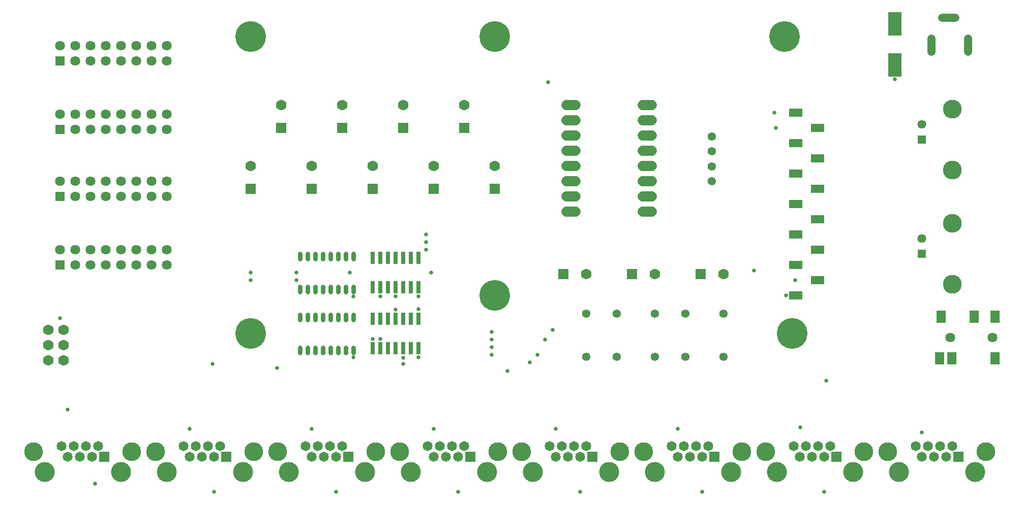
<source format=gbr>
G04 EAGLE Gerber RS-274X export*
G75*
%MOMM*%
%FSLAX34Y34*%
%LPD*%
%INSoldermask Top*%
%IPPOS*%
%AMOC8*
5,1,8,0,0,1.08239X$1,22.5*%
G01*
G04 Define Apertures*
%ADD10C,5.127000*%
%ADD11C,1.387000*%
%ADD12R,1.627000X1.627000*%
%ADD13C,1.627000*%
%ADD14R,1.462000X1.462000*%
%ADD15C,1.462000*%
%ADD16C,3.127000*%
%ADD17C,1.777000*%
%ADD18C,0.727000*%
%ADD19R,0.685800X2.108200*%
%ADD20R,1.777000X1.777000*%
%ADD21C,1.651000*%
%ADD22R,1.651000X1.651000*%
%ADD23C,3.327000*%
%ADD24R,1.627000X2.127000*%
%ADD25C,1.327000*%
%ADD26R,2.327000X1.397000*%
%ADD27R,2.242300X3.890600*%
%ADD28C,1.651000*%
%ADD29C,0.652000*%
D10*
X1219200Y927100D03*
X330200Y927100D03*
X1231900Y431800D03*
X330200Y431800D03*
X736600Y927100D03*
X736600Y495300D03*
D11*
X1098550Y685800D03*
X1098550Y710800D03*
X1098550Y735800D03*
X1098550Y760800D03*
D12*
X12700Y660400D03*
D13*
X12700Y685800D03*
X38100Y660400D03*
X38100Y685800D03*
X63500Y660400D03*
X63500Y685800D03*
X88900Y660400D03*
X88900Y685800D03*
X114300Y660400D03*
X114300Y685800D03*
X139700Y660400D03*
X139700Y685800D03*
X165100Y660400D03*
X165100Y685800D03*
X190500Y660400D03*
X190500Y685800D03*
D12*
X12700Y546100D03*
D13*
X12700Y571500D03*
X38100Y546100D03*
X38100Y571500D03*
X63500Y546100D03*
X63500Y571500D03*
X88900Y546100D03*
X88900Y571500D03*
X114300Y546100D03*
X114300Y571500D03*
X139700Y546100D03*
X139700Y571500D03*
X165100Y546100D03*
X165100Y571500D03*
X190500Y546100D03*
X190500Y571500D03*
D12*
X12700Y887082D03*
D13*
X12700Y912482D03*
X38100Y887082D03*
X38100Y912482D03*
X63500Y887082D03*
X63500Y912482D03*
X88900Y887082D03*
X88900Y912482D03*
X114300Y887082D03*
X114300Y912482D03*
X139700Y887082D03*
X139700Y912482D03*
X165100Y887082D03*
X165100Y912482D03*
X190500Y887082D03*
X190500Y912482D03*
D12*
X12700Y772202D03*
D13*
X12700Y797602D03*
X38100Y772202D03*
X38100Y797602D03*
X63500Y772202D03*
X63500Y797602D03*
X88900Y772202D03*
X88900Y797602D03*
X114300Y772202D03*
X114300Y797602D03*
X139700Y772202D03*
X139700Y797602D03*
X165100Y772202D03*
X165100Y797602D03*
X190500Y772202D03*
X190500Y797602D03*
D14*
X1447800Y565150D03*
D15*
X1447800Y590550D03*
D16*
X1498600Y514350D03*
X1498600Y615950D03*
D11*
X889000Y393060D03*
X889000Y465460D03*
X1003300Y393060D03*
X1003300Y465460D03*
X939800Y393060D03*
X939800Y465460D03*
X1054100Y393060D03*
X1054100Y465460D03*
X1117600Y393060D03*
X1117600Y465460D03*
D14*
X1447800Y755650D03*
D15*
X1447800Y781050D03*
D16*
X1498600Y704850D03*
X1498600Y806450D03*
D17*
X-6350Y387350D03*
X19050Y387350D03*
X-6350Y412750D03*
X19050Y412750D03*
X-6350Y438150D03*
X19050Y438150D03*
D18*
X412750Y408800D02*
X412750Y400300D01*
X425450Y400300D02*
X425450Y408800D01*
X438150Y408800D02*
X438150Y400300D01*
X450850Y400300D02*
X450850Y408800D01*
X463550Y408800D02*
X463550Y400300D01*
X476250Y400300D02*
X476250Y408800D01*
X488950Y408800D02*
X488950Y400300D01*
X501650Y400300D02*
X501650Y408800D01*
X501650Y454800D02*
X501650Y463300D01*
X488950Y463300D02*
X488950Y454800D01*
X476250Y454800D02*
X476250Y463300D01*
X463550Y463300D02*
X463550Y454800D01*
X450850Y454800D02*
X450850Y463300D01*
X438150Y463300D02*
X438150Y454800D01*
X425450Y454800D02*
X425450Y463300D01*
X412750Y463300D02*
X412750Y454800D01*
X412750Y501900D02*
X412750Y510400D01*
X425450Y510400D02*
X425450Y501900D01*
X438150Y501900D02*
X438150Y510400D01*
X450850Y510400D02*
X450850Y501900D01*
X463550Y501900D02*
X463550Y510400D01*
X476250Y510400D02*
X476250Y501900D01*
X488950Y501900D02*
X488950Y510400D01*
X501650Y510400D02*
X501650Y501900D01*
X501650Y556400D02*
X501650Y564900D01*
X488950Y564900D02*
X488950Y556400D01*
X476250Y556400D02*
X476250Y564900D01*
X463550Y564900D02*
X463550Y556400D01*
X450850Y556400D02*
X450850Y564900D01*
X438150Y564900D02*
X438150Y556400D01*
X425450Y556400D02*
X425450Y564900D01*
X412750Y564900D02*
X412750Y556400D01*
D19*
X533400Y407162D03*
X546100Y407162D03*
X558800Y407162D03*
X571500Y407162D03*
X584200Y407162D03*
X596900Y407162D03*
X609600Y407162D03*
X609600Y456438D03*
X596900Y456438D03*
X584200Y456438D03*
X571500Y456438D03*
X558800Y456438D03*
X546100Y456438D03*
X533400Y456438D03*
X533400Y508762D03*
X546100Y508762D03*
X558800Y508762D03*
X571500Y508762D03*
X584200Y508762D03*
X596900Y508762D03*
X609600Y508762D03*
X609600Y558038D03*
X596900Y558038D03*
X584200Y558038D03*
X571500Y558038D03*
X558800Y558038D03*
X546100Y558038D03*
X533400Y558038D03*
D20*
X965200Y530860D03*
D17*
X1003300Y530860D03*
D20*
X1079500Y530860D03*
D17*
X1117600Y530860D03*
D20*
X850900Y530860D03*
D17*
X889000Y530860D03*
D21*
X15240Y243840D03*
X35560Y243840D03*
X55880Y243840D03*
X76200Y243840D03*
X25400Y226060D03*
X45720Y226060D03*
X66040Y226060D03*
D22*
X86360Y226060D03*
D23*
X-12700Y200660D03*
X114300Y200660D03*
D16*
X132300Y235250D03*
X-30700Y235250D03*
D21*
X218440Y243840D03*
X238760Y243840D03*
X259080Y243840D03*
X279400Y243840D03*
X228600Y226060D03*
X248920Y226060D03*
X269240Y226060D03*
D22*
X289560Y226060D03*
D23*
X190500Y200660D03*
X317500Y200660D03*
D16*
X335500Y235250D03*
X172500Y235250D03*
D21*
X421640Y243840D03*
X441960Y243840D03*
X462280Y243840D03*
X482600Y243840D03*
X431800Y226060D03*
X452120Y226060D03*
X472440Y226060D03*
D22*
X492760Y226060D03*
D23*
X393700Y200660D03*
X520700Y200660D03*
D16*
X538700Y235250D03*
X375700Y235250D03*
D21*
X624840Y243840D03*
X645160Y243840D03*
X665480Y243840D03*
X685800Y243840D03*
X635000Y226060D03*
X655320Y226060D03*
X675640Y226060D03*
D22*
X695960Y226060D03*
D23*
X596900Y200660D03*
X723900Y200660D03*
D16*
X741900Y235250D03*
X578900Y235250D03*
D21*
X828040Y243840D03*
X848360Y243840D03*
X868680Y243840D03*
X889000Y243840D03*
X838200Y226060D03*
X858520Y226060D03*
X878840Y226060D03*
D22*
X899160Y226060D03*
D23*
X800100Y200660D03*
X927100Y200660D03*
D16*
X945100Y235250D03*
X782100Y235250D03*
D21*
X1031240Y243840D03*
X1051560Y243840D03*
X1071880Y243840D03*
X1092200Y243840D03*
X1041400Y226060D03*
X1061720Y226060D03*
X1082040Y226060D03*
D22*
X1102360Y226060D03*
D23*
X1003300Y200660D03*
X1130300Y200660D03*
D16*
X1148300Y235250D03*
X985300Y235250D03*
D21*
X1234440Y243840D03*
X1254760Y243840D03*
X1275080Y243840D03*
X1295400Y243840D03*
X1244600Y226060D03*
X1264920Y226060D03*
X1285240Y226060D03*
D22*
X1305560Y226060D03*
D23*
X1206500Y200660D03*
X1333500Y200660D03*
D16*
X1351500Y235250D03*
X1188500Y235250D03*
D21*
X1437640Y243840D03*
X1457960Y243840D03*
X1478280Y243840D03*
X1498600Y243840D03*
X1447800Y226060D03*
X1468120Y226060D03*
X1488440Y226060D03*
D22*
X1508760Y226060D03*
D23*
X1409700Y200660D03*
X1536700Y200660D03*
D16*
X1554700Y235250D03*
X1391700Y235250D03*
D24*
X1569640Y390350D03*
X1569640Y460350D03*
X1535640Y460350D03*
X1480640Y460350D03*
X1497640Y390350D03*
X1477640Y390350D03*
D13*
X1565740Y425450D03*
X1495740Y425450D03*
D25*
X1525200Y901850D02*
X1525200Y923850D01*
X1503700Y958850D02*
X1481700Y958850D01*
X1464200Y923850D02*
X1464200Y901850D01*
D20*
X330200Y673100D03*
D17*
X330200Y711200D03*
D20*
X431800Y673100D03*
D17*
X431800Y711200D03*
D20*
X533400Y673100D03*
D17*
X533400Y711200D03*
D20*
X635000Y673100D03*
D17*
X635000Y711200D03*
D20*
X736600Y673100D03*
D17*
X736600Y711200D03*
D20*
X381000Y774700D03*
D17*
X381000Y812800D03*
D20*
X482600Y774700D03*
D17*
X482600Y812800D03*
D20*
X584200Y774700D03*
D17*
X584200Y812800D03*
D20*
X685800Y774700D03*
D17*
X685800Y812800D03*
D26*
X1238250Y495300D03*
X1274250Y520700D03*
X1238250Y546100D03*
X1274250Y571500D03*
X1238250Y596900D03*
X1274250Y622300D03*
X1238250Y647700D03*
X1274250Y673100D03*
X1238250Y698500D03*
X1274250Y723900D03*
X1238250Y749300D03*
X1274250Y774700D03*
X1238250Y800100D03*
D27*
X1403350Y948659D03*
X1403350Y880141D03*
D28*
X871220Y812800D02*
X855980Y812800D01*
X855980Y787400D02*
X871220Y787400D01*
X871220Y762000D02*
X855980Y762000D01*
X855980Y736600D02*
X871220Y736600D01*
X871220Y711200D02*
X855980Y711200D01*
X855980Y685800D02*
X871220Y685800D01*
X871220Y660400D02*
X855980Y660400D01*
X855980Y635000D02*
X871220Y635000D01*
X982980Y813308D02*
X998220Y813308D01*
X998220Y787908D02*
X982980Y787908D01*
X982980Y762508D02*
X998220Y762508D01*
X998220Y737108D02*
X982980Y737108D01*
X982980Y711708D02*
X998220Y711708D01*
X998220Y686308D02*
X982980Y686308D01*
X982980Y660908D02*
X998220Y660908D01*
X998220Y635508D02*
X982980Y635508D01*
D29*
X609600Y493550D03*
X609600Y391950D03*
X501650Y493594D03*
X501650Y391994D03*
X1403350Y856017D03*
X1221944Y495300D03*
X622300Y596900D03*
X12700Y457200D03*
X825500Y850900D03*
X266700Y381000D03*
X25400Y304800D03*
X533400Y422910D03*
X1202690Y800100D03*
X374650Y374650D03*
X228600Y273050D03*
X546100Y422910D03*
X1205230Y774700D03*
X584200Y381000D03*
X431800Y273050D03*
X584200Y391160D03*
X635000Y273050D03*
X758036Y369724D03*
X795020Y383540D03*
X731520Y396240D03*
X838200Y273050D03*
X807720Y396240D03*
X731520Y408940D03*
X1041400Y273050D03*
X820420Y421640D03*
X731520Y421640D03*
X1245870Y275590D03*
X731520Y434340D03*
X1447800Y266700D03*
X833120Y438150D03*
X1168400Y537210D03*
X1236980Y520700D03*
X1289050Y353201D03*
X71120Y181610D03*
X269240Y167640D03*
X472440Y167612D03*
X675640Y167612D03*
X878840Y167612D03*
X1082040Y167612D03*
X1285240Y167612D03*
X330200Y520700D03*
X406400Y520700D03*
X330200Y533400D03*
X406400Y533400D03*
X631190Y533400D03*
X495300Y533400D03*
X622300Y571500D03*
X622300Y584200D03*
X546100Y493550D03*
X571500Y471734D03*
X609600Y472440D03*
X571500Y493522D03*
M02*

</source>
